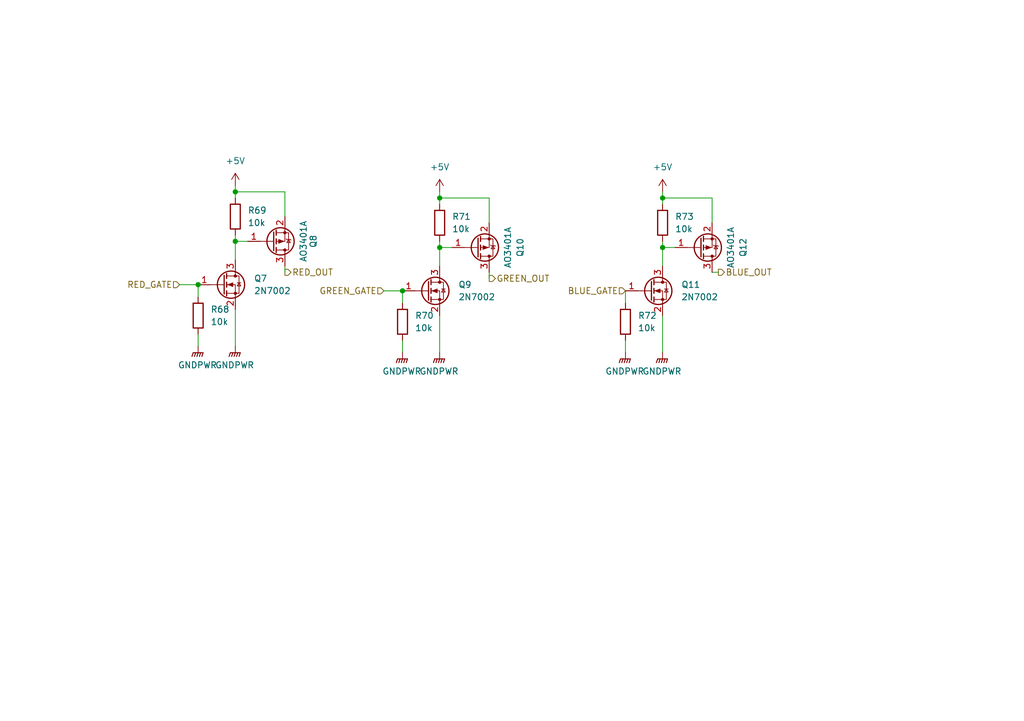
<source format=kicad_sch>
(kicad_sch (version 20250114) (generator "eeschema") (generator_version "9.0")
  (paper "A5")
  (title_block (title "AQUA_VESC") (rev "00"))
  (lib_symbols
    (symbol "Device:R" (pin_numbers (hide yes)) (pin_names (offset 0))
      (property "Reference" "R" (at 2.032 0 90))
      (property "Value" "R" (at 0 0 90))
      (symbol "R_0_1"
        (rectangle (start -1.016 -2.54) (end 1.016 2.54) (stroke (width 0.254)))
      )
      (symbol "R_1_1"
        (pin passive line (at 0 3.81 270) (length 1.27) (name "~") (number "1"))
        (pin passive line (at 0 -3.81 90) (length 1.27) (name "~") (number "2"))
      )
    )
    (symbol "Transistor_FET:2N7002" (pin_names (offset 0) (hide yes))
      (property "Reference" "Q" (at 5.08 1.905 0))
      (property "Value" "2N7002" (at 5.08 0 0))
      (symbol "2N7002_0_1"
        (polyline (pts (xy 0.254 1.905) (xy 0.254 -1.905)) (stroke (width 0.254)))
        (polyline (pts (xy 0.254 0) (xy -2.54 0)))
        (polyline (pts (xy 0.762 2.286) (xy 0.762 1.27)) (stroke (width 0.254)))
        (polyline (pts (xy 0.762 0.508) (xy 0.762 -0.508)) (stroke (width 0.254)))
        (polyline (pts (xy 0.762 -1.27) (xy 0.762 -2.286)) (stroke (width 0.254)))
        (polyline (pts (xy 0.762 -1.778) (xy 3.302 -1.778) (xy 3.302 1.778) (xy 0.762 1.778)))
        (polyline (pts (xy 1.016 0) (xy 2.032 0.381) (xy 2.032 -0.381) (xy 1.016 0)) (fill (type outline)))
        (circle (center 1.651 0) (radius 2.794) (stroke (width 0.254)))
        (polyline (pts (xy 2.54 2.54) (xy 2.54 1.778)))
        (circle (center 2.54 1.778) (radius 0.254) (fill (type outline)))
        (circle (center 2.54 -1.778) (radius 0.254) (fill (type outline)))
        (polyline (pts (xy 2.54 -2.54) (xy 2.54 0) (xy 0.762 0)))
        (polyline (pts (xy 2.921 0.381) (xy 3.683 0.381)))
        (polyline (pts (xy 3.302 0.381) (xy 2.921 -0.254) (xy 3.683 -0.254) (xy 3.302 0.381)))
      )
      (symbol "2N7002_1_1"
        (pin input line (at -5.08 0 0) (length 2.54) (name "G") (number "1"))
        (pin passive line (at 2.54 5.08 270) (length 2.54) (name "D") (number "3"))
        (pin passive line (at 2.54 -5.08 90) (length 2.54) (name "S") (number "2"))
      )
    )
    (symbol "Transistor_FET:AO3401A" (pin_names (hide yes))
      (property "Reference" "Q" (at 5.08 1.905 0))
      (property "Value" "AO3401A" (at 5.08 0 0))
      (symbol "AO3401A_0_1"
        (polyline (pts (xy 0.254 1.905) (xy 0.254 -1.905)) (stroke (width 0.254)))
        (polyline (pts (xy 0.254 0) (xy -2.54 0)))
        (polyline (pts (xy 0.762 2.286) (xy 0.762 1.27)) (stroke (width 0.254)))
        (polyline (pts (xy 0.762 1.778) (xy 3.302 1.778) (xy 3.302 -1.778) (xy 0.762 -1.778)))
        (polyline (pts (xy 0.762 0.508) (xy 0.762 -0.508)) (stroke (width 0.254)))
        (polyline (pts (xy 0.762 -1.27) (xy 0.762 -2.286)) (stroke (width 0.254)))
        (circle (center 1.651 0) (radius 2.794) (stroke (width 0.254)))
        (polyline (pts (xy 2.286 0) (xy 1.27 0.381) (xy 1.27 -0.381) (xy 2.286 0)) (fill (type outline)))
        (polyline (pts (xy 2.54 2.54) (xy 2.54 1.778)))
        (circle (center 2.54 1.778) (radius 0.254) (fill (type outline)))
        (circle (center 2.54 -1.778) (radius 0.254) (fill (type outline)))
        (polyline (pts (xy 2.54 -2.54) (xy 2.54 0) (xy 0.762 0)))
        (polyline (pts (xy 2.794 -0.508) (xy 2.921 -0.381) (xy 3.683 -0.381) (xy 3.81 -0.254)))
        (polyline (pts (xy 3.302 -0.381) (xy 2.921 0.254) (xy 3.683 0.254) (xy 3.302 -0.381)))
      )
      (symbol "AO3401A_1_1"
        (pin input line (at -5.08 0 0) (length 2.54) (name "G") (number "1"))
        (pin passive line (at 2.54 5.08 270) (length 2.54) (name "D") (number "3"))
        (pin passive line (at 2.54 -5.08 90) (length 2.54) (name "S") (number "2"))
      )
    )
    (symbol "power:+5V" (power) (pin_numbers (hide yes)) (pin_names (offset 0) (hide yes))
      (property "Value" "+5V" (at 0 3.556 0))
      (symbol "+5V_0_1"
        (polyline (pts (xy -0.762 1.27) (xy 0 2.54)))
        (polyline (pts (xy 0 2.54) (xy 0.762 1.27)))
        (polyline (pts (xy 0 0) (xy 0 2.54)))
      )
      (symbol "+5V_1_1"
        (pin power_in line (at 0 0 90) (length 0) (name "~") (number "1"))
      )
    )
    (symbol "power:GNDPWR" (power) (pin_numbers (hide yes)) (pin_names (offset 0) (hide yes))
      (property "Value" "GNDPWR" (at 0 -3.302 0))
      (symbol "GNDPWR_0_1"
        (polyline (pts (xy -1.016 -1.27) (xy -1.27 -2.032) (xy -1.27 -2.032)) (stroke (width 0.2032)))
        (polyline (pts (xy -0.508 -1.27) (xy -0.762 -2.032) (xy -0.762 -2.032)) (stroke (width 0.2032)))
        (polyline (pts (xy 0 -1.27) (xy 0 0)))
        (polyline (pts (xy 0 -1.27) (xy -0.254 -2.032) (xy -0.254 -2.032)) (stroke (width 0.2032)))
        (polyline (pts (xy 0.508 -1.27) (xy 0.254 -2.032) (xy 0.254 -2.032)) (stroke (width 0.2032)))
        (polyline (pts (xy 1.016 -1.27) (xy -1.016 -1.27) (xy -1.016 -1.27)) (stroke (width 0.2032)))
        (polyline (pts (xy 1.016 -1.27) (xy 0.762 -2.032) (xy 0.762 -2.032) (xy 0.762 -2.032)) (stroke (width 0.2032)))
      )
      (symbol "GNDPWR_1_1"
        (pin power_in line (at 0 0 270) (length 0) (name "~") (number "1"))
      )
    )
  )
  (junction (at 90.17 40.64))
  (junction (at 90.17 50.8))
  (junction (at 135.89 40.64))
  (junction (at 82.55 59.69))
  (junction (at 40.64 58.42))
  (junction (at 48.26 49.53))
  (junction (at 48.26 39.37))
  (junction (at 135.89 50.8))
  (wire (pts (xy 146.05 55.88) (xy 147.32 55.88)))
  (wire (pts (xy 135.89 64.77) (xy 135.89 72.39)))
  (wire (pts (xy 48.26 63.5) (xy 48.26 71.12)))
  (wire (pts (xy 40.64 58.42) (xy 40.64 60.96)))
  (wire (pts (xy 50.8 49.53) (xy 48.26 49.53)))
  (wire (pts (xy 78.74 59.69) (xy 82.55 59.69)))
  (wire (pts (xy 128.27 59.69) (xy 128.27 62.23)))
  (wire (pts (xy 48.26 48.26) (xy 48.26 49.53)))
  (wire (pts (xy 48.26 39.37) (xy 48.26 40.64)))
  (wire (pts (xy 82.55 59.69) (xy 82.55 62.23)))
  (wire (pts (xy 40.64 68.58) (xy 40.64 71.12)))
  (wire (pts (xy 90.17 64.77) (xy 90.17 72.39)))
  (wire (pts (xy 92.71 50.8) (xy 90.17 50.8)))
  (wire (pts (xy 146.05 40.64) (xy 135.89 40.64)))
  (wire (pts (xy 90.17 49.53) (xy 90.17 50.8)))
  (wire (pts (xy 58.42 44.45) (xy 58.42 39.37)))
  (wire (pts (xy 128.27 69.85) (xy 128.27 72.39)))
  (wire (pts (xy 90.17 40.64) (xy 90.17 41.91)))
  (wire (pts (xy 90.17 50.8) (xy 90.17 54.61)))
  (wire (pts (xy 135.89 39.37) (xy 135.89 40.64)))
  (wire (pts (xy 36.83 58.42) (xy 40.64 58.42)))
  (wire (pts (xy 146.05 45.72) (xy 146.05 40.64)))
  (wire (pts (xy 100.33 40.64) (xy 90.17 40.64)))
  (wire (pts (xy 58.42 55.88) (xy 58.42 54.61)))
  (wire (pts (xy 135.89 40.64) (xy 135.89 41.91)))
  (wire (pts (xy 135.89 49.53) (xy 135.89 50.8)))
  (wire (pts (xy 90.17 39.37) (xy 90.17 40.64)))
  (wire (pts (xy 82.55 69.85) (xy 82.55 72.39)))
  (wire (pts (xy 48.26 38.1) (xy 48.26 39.37)))
  (wire (pts (xy 135.89 50.8) (xy 135.89 54.61)))
  (wire (pts (xy 58.42 39.37) (xy 48.26 39.37)))
  (wire (pts (xy 100.33 45.72) (xy 100.33 40.64)))
  (wire (pts (xy 100.33 57.15) (xy 100.33 55.88)))
  (wire (pts (xy 138.43 50.8) (xy 135.89 50.8)))
  (wire (pts (xy 48.26 49.53) (xy 48.26 53.34)))
  (hierarchical_label "BLUE_GATE" (shape input) (at 128.27 59.69 180))
  (hierarchical_label "GREEN_OUT" (shape output) (at 100.33 57.15 0))
  (hierarchical_label "BLUE_OUT" (shape output) (at 147.32 55.88 0))
  (hierarchical_label "RED_GATE" (shape input) (at 36.83 58.42 180))
  (hierarchical_label "GREEN_GATE" (shape input) (at 78.74 59.69 180))
  (hierarchical_label "RED_OUT" (shape output) (at 58.42 55.88 0))
  (symbol (lib_id "Transistor_FET:AO3401A") (at 143.51 50.8 0) (mirror x) (unit 1)
    (property "Reference" "Q12" (at 152.4 50.8 90))
    (property "Value" "AO3401A" (at 149.86 50.8 90))
    (property "Footprint" "Package_TO_SOT_SMD:SOT-23" (effects (hide yes)))
    (property "Datasheet" "http://www.aosmd.com/pdfs/datasheet/AO3401A.pdf" (effects (hide yes)))
    (property "Description" "-4.0A Id, -30V Vds, P-Channel MOSFET, SOT-23" (effects (hide yes)))
  )
  (symbol (lib_id "power:GNDPWR") (at 128.27 72.39 0) (unit 1)
    (property "Reference" "#PWR095" (effects (hide yes)))
    (property "Value" "GNDPWR" (at 128.143 76.2 0))
    (property "Description" "Power symbol creates a global label with name \"GNDPWR\" , global ground" (effects (hide yes)))
  )
  (symbol (lib_id "Transistor_FET:2N7002") (at 45.72 58.42 0) (unit 1)
    (property "Reference" "Q7" (at 52.07 57.1499 0) (effects (justify left)))
    (property "Value" "2N7002" (at 52.07 59.6899 0) (effects (justify left)))
    (property "Footprint" "Package_TO_SOT_SMD:SOT-23" (effects (hide yes)))
    (property "Datasheet" "https://www.onsemi.com/pub/Collateral/NDS7002A-D.PDF" (effects (hide yes)))
    (property "Description" "0.115A Id, 60V Vds, N-Channel MOSFET, SOT-23" (effects (hide yes)))
  )
  (symbol (lib_id "power:GNDPWR") (at 82.55 72.39 0) (unit 1)
    (property "Reference" "#PWR092" (effects (hide yes)))
    (property "Value" "GNDPWR" (at 82.423 76.2 0))
    (property "Description" "Power symbol creates a global label with name \"GNDPWR\" , global ground" (effects (hide yes)))
  )
  (symbol (lib_id "Transistor_FET:2N7002") (at 87.63 59.69 0) (unit 1)
    (property "Reference" "Q9" (at 93.98 58.4199 0) (effects (justify left)))
    (property "Value" "2N7002" (at 93.98 60.9599 0) (effects (justify left)))
    (property "Footprint" "Package_TO_SOT_SMD:SOT-23" (effects (hide yes)))
    (property "Datasheet" "https://www.onsemi.com/pub/Collateral/NDS7002A-D.PDF" (effects (hide yes)))
    (property "Description" "0.115A Id, 60V Vds, N-Channel MOSFET, SOT-23" (effects (hide yes)))
  )
  (symbol (lib_id "Device:R") (at 40.64 64.77 0) (unit 1)
    (property "Reference" "R68" (at 43.18 63.4999 0) (effects (justify left)))
    (property "Value" "10k" (at 43.18 66.0399 0) (effects (justify left)))
    (property "Footprint" "Resistor_SMD:R_0603_1608Metric" (effects (hide yes)))
    (property "Description" "Resistor" (effects (hide yes)))
  )
  (symbol (lib_id "Device:R") (at 90.17 45.72 180) (unit 1)
    (property "Reference" "R71" (at 92.71 44.4499 0) (effects (justify right)))
    (property "Value" "10k" (at 92.71 46.9899 0) (effects (justify right)))
    (property "Footprint" "Resistor_SMD:R_0603_1608Metric" (effects (hide yes)))
    (property "Description" "Resistor" (effects (hide yes)))
  )
  (symbol (lib_id "power:+5V") (at 48.26 38.1 0) (unit 1)
    (property "Reference" "#PWR090" (effects (hide yes)))
    (property "Value" "+5V" (at 48.26 33.02 0))
    (property "Description" "Power symbol creates a global label with name \"+5V\"" (effects (hide yes)))
  )
  (symbol (lib_id "power:GNDPWR") (at 90.17 72.39 0) (unit 1)
    (property "Reference" "#PWR094" (effects (hide yes)))
    (property "Value" "GNDPWR" (at 90.043 76.2 0))
    (property "Description" "Power symbol creates a global label with name \"GNDPWR\" , global ground" (effects (hide yes)))
  )
  (symbol (lib_id "power:GNDPWR") (at 135.89 72.39 0) (unit 1)
    (property "Reference" "#PWR097" (effects (hide yes)))
    (property "Value" "GNDPWR" (at 135.763 76.2 0))
    (property "Description" "Power symbol creates a global label with name \"GNDPWR\" , global ground" (effects (hide yes)))
  )
  (symbol (lib_id "power:GNDPWR") (at 40.64 71.12 0) (unit 1)
    (property "Reference" "#PWR089" (effects (hide yes)))
    (property "Value" "GNDPWR" (at 40.513 74.93 0))
    (property "Description" "Power symbol creates a global label with name \"GNDPWR\" , global ground" (effects (hide yes)))
  )
  (symbol (lib_id "power:GNDPWR") (at 48.26 71.12 0) (unit 1)
    (property "Reference" "#PWR091" (effects (hide yes)))
    (property "Value" "GNDPWR" (at 48.133 74.93 0))
    (property "Description" "Power symbol creates a global label with name \"GNDPWR\" , global ground" (effects (hide yes)))
  )
  (symbol (lib_id "Transistor_FET:2N7002") (at 133.35 59.69 0) (unit 1)
    (property "Reference" "Q11" (at 139.7 58.4199 0) (effects (justify left)))
    (property "Value" "2N7002" (at 139.7 60.9599 0) (effects (justify left)))
    (property "Footprint" "Package_TO_SOT_SMD:SOT-23" (effects (hide yes)))
    (property "Datasheet" "https://www.onsemi.com/pub/Collateral/NDS7002A-D.PDF" (effects (hide yes)))
    (property "Description" "0.115A Id, 60V Vds, N-Channel MOSFET, SOT-23" (effects (hide yes)))
  )
  (symbol (lib_id "Device:R") (at 48.26 44.45 180) (unit 1)
    (property "Reference" "R69" (at 50.8 43.1799 0) (effects (justify right)))
    (property "Value" "10k" (at 50.8 45.7199 0) (effects (justify right)))
    (property "Footprint" "Resistor_SMD:R_0603_1608Metric" (effects (hide yes)))
    (property "Description" "Resistor" (effects (hide yes)))
  )
  (symbol (lib_id "Device:R") (at 128.27 66.04 0) (unit 1)
    (property "Reference" "R72" (at 130.81 64.7699 0) (effects (justify left)))
    (property "Value" "10k" (at 130.81 67.3099 0) (effects (justify left)))
    (property "Footprint" "Resistor_SMD:R_0603_1608Metric" (effects (hide yes)))
    (property "Description" "Resistor" (effects (hide yes)))
  )
  (symbol (lib_id "Transistor_FET:AO3401A") (at 97.79 50.8 0) (mirror x) (unit 1)
    (property "Reference" "Q10" (at 106.68 50.8 90))
    (property "Value" "AO3401A" (at 104.14 50.8 90))
    (property "Footprint" "Package_TO_SOT_SMD:SOT-23" (effects (hide yes)))
    (property "Datasheet" "http://www.aosmd.com/pdfs/datasheet/AO3401A.pdf" (effects (hide yes)))
    (property "Description" "-4.0A Id, -30V Vds, P-Channel MOSFET, SOT-23" (effects (hide yes)))
  )
  (symbol (lib_id "power:+5V") (at 135.89 39.37 0) (unit 1)
    (property "Reference" "#PWR096" (effects (hide yes)))
    (property "Value" "+5V" (at 135.89 34.29 0))
    (property "Description" "Power symbol creates a global label with name \"+5V\"" (effects (hide yes)))
  )
  (symbol (lib_id "Device:R") (at 135.89 45.72 180) (unit 1)
    (property "Reference" "R73" (at 138.43 44.4499 0) (effects (justify right)))
    (property "Value" "10k" (at 138.43 46.9899 0) (effects (justify right)))
    (property "Footprint" "Resistor_SMD:R_0603_1608Metric" (effects (hide yes)))
    (property "Description" "Resistor" (effects (hide yes)))
  )
  (symbol (lib_id "Device:R") (at 82.55 66.04 0) (unit 1)
    (property "Reference" "R70" (at 85.09 64.7699 0) (effects (justify left)))
    (property "Value" "10k" (at 85.09 67.3099 0) (effects (justify left)))
    (property "Footprint" "Resistor_SMD:R_0603_1608Metric" (effects (hide yes)))
    (property "Description" "Resistor" (effects (hide yes)))
  )
  (symbol (lib_id "Transistor_FET:AO3401A") (at 55.88 49.53 0) (mirror x) (unit 1)
    (property "Reference" "Q8" (at 64.262 49.53 90))
    (property "Value" "AO3401A" (at 62.23 49.53 90))
    (property "Footprint" "Package_TO_SOT_SMD:SOT-23" (effects (hide yes)))
    (property "Datasheet" "http://www.aosmd.com/pdfs/datasheet/AO3401A.pdf" (effects (hide yes)))
    (property "Description" "-4.0A Id, -30V Vds, P-Channel MOSFET, SOT-23" (effects (hide yes)))
  )
  (symbol (lib_id "power:+5V") (at 90.17 39.37 0) (unit 1)
    (property "Reference" "#PWR093" (effects (hide yes)))
    (property "Value" "+5V" (at 90.17 34.29 0))
    (property "Description" "Power symbol creates a global label with name \"+5V\"" (effects (hide yes)))
  )
)
</source>
